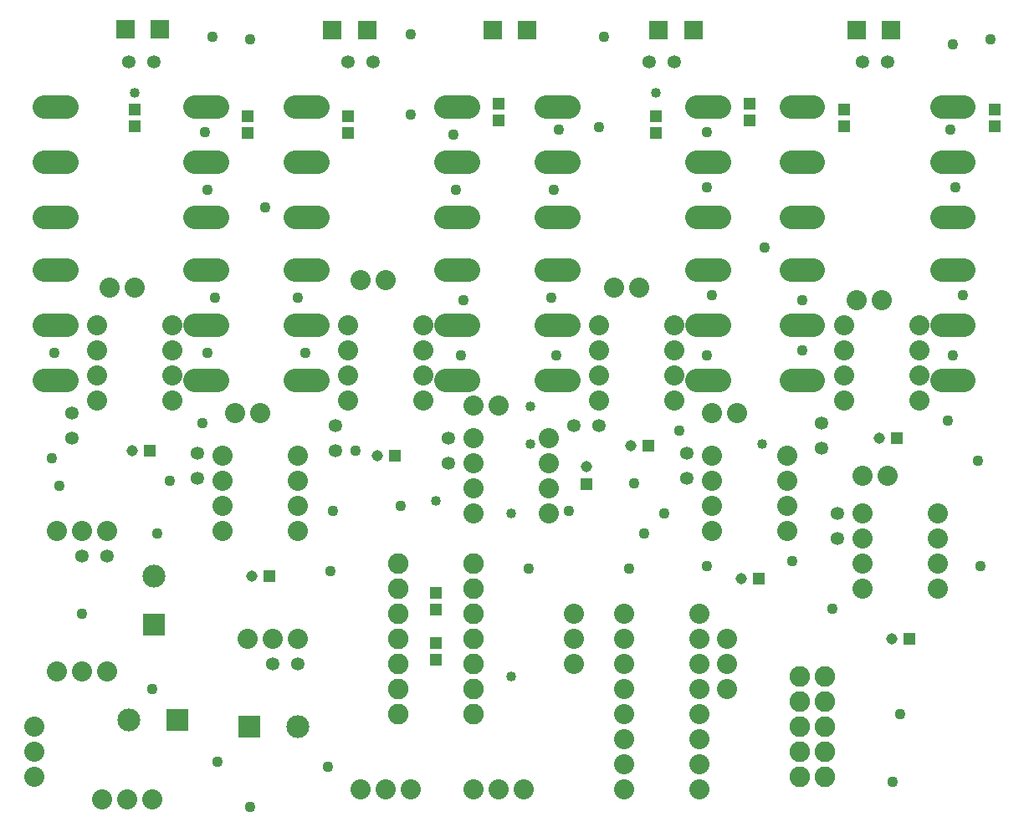
<source format=gbs>
G75*
%MOIN*%
%OFA0B0*%
%FSLAX25Y25*%
%IPPOS*%
%LPD*%
%AMOC8*
5,1,8,0,0,1.08239X$1,22.5*
%
%ADD10C,0.05324*%
%ADD11C,0.09100*%
%ADD12R,0.09100X0.09100*%
%ADD13C,0.04500*%
%ADD14R,0.04500X0.04500*%
%ADD15C,0.08000*%
%ADD16R,0.07687X0.07687*%
%ADD17C,0.09450*%
%ADD18R,0.04537X0.04931*%
%ADD19C,0.08200*%
%ADD20C,0.04000*%
%ADD21C,0.04362*%
D10*
X0107600Y0067600D03*
X0117600Y0067600D03*
X0041600Y0110600D03*
X0031600Y0110600D03*
X0077600Y0141600D03*
X0077600Y0151600D03*
X0027600Y0157600D03*
X0027600Y0167600D03*
X0132600Y0162600D03*
X0132600Y0152600D03*
X0177600Y0147600D03*
X0177600Y0157600D03*
X0227600Y0162600D03*
X0237600Y0162600D03*
X0272600Y0151600D03*
X0272600Y0141600D03*
X0326100Y0153600D03*
X0326100Y0163600D03*
X0332600Y0127600D03*
X0332600Y0117600D03*
X0342600Y0307600D03*
X0352600Y0307600D03*
X0267600Y0307600D03*
X0257600Y0307600D03*
X0147600Y0307600D03*
X0137600Y0307600D03*
X0060100Y0307600D03*
X0050100Y0307600D03*
D11*
X0060100Y0102600D03*
X0050100Y0045100D03*
X0117600Y0042600D03*
D12*
X0098309Y0042600D03*
X0069391Y0045100D03*
X0060100Y0083309D03*
D13*
X0099100Y0102600D03*
X0051600Y0152600D03*
X0149100Y0150600D03*
X0232600Y0146100D03*
X0250100Y0154600D03*
X0294100Y0101600D03*
X0354100Y0077600D03*
X0349100Y0157600D03*
D14*
X0356100Y0157600D03*
X0301100Y0101600D03*
X0361100Y0077600D03*
X0257100Y0154600D03*
X0232600Y0139100D03*
X0156100Y0150600D03*
X0106100Y0102600D03*
X0058600Y0152600D03*
D15*
X0012600Y0022600D03*
X0012600Y0032600D03*
X0012600Y0042600D03*
X0021600Y0064600D03*
X0031600Y0064600D03*
X0041600Y0064600D03*
X0097600Y0077600D03*
X0107600Y0077600D03*
X0117600Y0077600D03*
X0117600Y0120600D03*
X0117600Y0130600D03*
X0117600Y0140600D03*
X0117600Y0150600D03*
X0102600Y0167600D03*
X0092600Y0167600D03*
X0087600Y0150600D03*
X0087600Y0140600D03*
X0087600Y0130600D03*
X0087600Y0120600D03*
X0041600Y0120600D03*
X0031600Y0120600D03*
X0021600Y0120600D03*
X0037600Y0172600D03*
X0037600Y0182600D03*
X0037600Y0192600D03*
X0037600Y0202600D03*
X0042600Y0217600D03*
X0052600Y0217600D03*
X0067600Y0202600D03*
X0067600Y0192600D03*
X0067600Y0182600D03*
X0067600Y0172600D03*
X0137600Y0172600D03*
X0137600Y0182600D03*
X0137600Y0192600D03*
X0137600Y0202600D03*
X0142600Y0220600D03*
X0152600Y0220600D03*
X0167600Y0202600D03*
X0167600Y0192600D03*
X0167600Y0182600D03*
X0167600Y0172600D03*
X0187600Y0170600D03*
X0197600Y0170600D03*
X0187600Y0157600D03*
X0187600Y0147600D03*
X0187600Y0137600D03*
X0187600Y0127600D03*
X0217600Y0127600D03*
X0217600Y0137600D03*
X0217600Y0147600D03*
X0217600Y0157600D03*
X0237600Y0172600D03*
X0237600Y0182600D03*
X0237600Y0192600D03*
X0237600Y0202600D03*
X0243600Y0217600D03*
X0253600Y0217600D03*
X0267600Y0202600D03*
X0267600Y0192600D03*
X0267600Y0182600D03*
X0267600Y0172600D03*
X0282600Y0167600D03*
X0292600Y0167600D03*
X0282600Y0150600D03*
X0282600Y0140600D03*
X0282600Y0130600D03*
X0282600Y0120600D03*
X0312600Y0120600D03*
X0312600Y0130600D03*
X0312600Y0140600D03*
X0312600Y0150600D03*
X0335100Y0172600D03*
X0335100Y0182600D03*
X0335100Y0192600D03*
X0335100Y0202600D03*
X0340100Y0212600D03*
X0350100Y0212600D03*
X0365100Y0202600D03*
X0365100Y0192600D03*
X0365100Y0182600D03*
X0365100Y0172600D03*
X0352600Y0142600D03*
X0342600Y0142600D03*
X0342600Y0127600D03*
X0342600Y0117600D03*
X0342600Y0107600D03*
X0342600Y0097600D03*
X0372600Y0097600D03*
X0372600Y0107600D03*
X0372600Y0117600D03*
X0372600Y0127600D03*
X0288600Y0077600D03*
X0288600Y0067600D03*
X0288600Y0057600D03*
X0277600Y0057600D03*
X0277600Y0047600D03*
X0277600Y0037600D03*
X0277600Y0027600D03*
X0277600Y0017600D03*
X0247600Y0017600D03*
X0247600Y0027600D03*
X0247600Y0037600D03*
X0247600Y0047600D03*
X0247600Y0057600D03*
X0247600Y0067600D03*
X0247600Y0077600D03*
X0247600Y0087600D03*
X0227600Y0087600D03*
X0227600Y0077600D03*
X0227600Y0067600D03*
X0277600Y0067600D03*
X0277600Y0077600D03*
X0277600Y0087600D03*
X0207600Y0017600D03*
X0197600Y0017600D03*
X0187600Y0017600D03*
X0162600Y0017600D03*
X0152600Y0017600D03*
X0142600Y0017600D03*
X0059600Y0013600D03*
X0049600Y0013600D03*
X0039600Y0013600D03*
D16*
X0048820Y0320600D03*
X0062600Y0320600D03*
X0131320Y0320100D03*
X0145100Y0320100D03*
X0195100Y0320100D03*
X0208880Y0320100D03*
X0261320Y0320100D03*
X0275100Y0320100D03*
X0340100Y0320100D03*
X0353880Y0320100D03*
D17*
X0374175Y0289600D02*
X0383025Y0289600D01*
X0383025Y0267600D02*
X0374175Y0267600D01*
X0374175Y0245600D02*
X0383025Y0245600D01*
X0383025Y0224600D02*
X0374175Y0224600D01*
X0374175Y0202600D02*
X0383025Y0202600D01*
X0383025Y0180600D02*
X0374175Y0180600D01*
X0323025Y0180600D02*
X0314175Y0180600D01*
X0314175Y0202600D02*
X0323025Y0202600D01*
X0323025Y0224600D02*
X0314175Y0224600D01*
X0314175Y0245600D02*
X0323025Y0245600D01*
X0323025Y0267600D02*
X0314175Y0267600D01*
X0314175Y0289600D02*
X0323025Y0289600D01*
X0285525Y0289600D02*
X0276675Y0289600D01*
X0276675Y0267600D02*
X0285525Y0267600D01*
X0285525Y0245600D02*
X0276675Y0245600D01*
X0276675Y0224600D02*
X0285525Y0224600D01*
X0285525Y0202600D02*
X0276675Y0202600D01*
X0276675Y0180600D02*
X0285525Y0180600D01*
X0225525Y0180600D02*
X0216675Y0180600D01*
X0216675Y0202600D02*
X0225525Y0202600D01*
X0225525Y0224600D02*
X0216675Y0224600D01*
X0216675Y0245600D02*
X0225525Y0245600D01*
X0225525Y0267600D02*
X0216675Y0267600D01*
X0216675Y0289600D02*
X0225525Y0289600D01*
X0185525Y0289600D02*
X0176675Y0289600D01*
X0176675Y0267600D02*
X0185525Y0267600D01*
X0185525Y0245600D02*
X0176675Y0245600D01*
X0176675Y0224600D02*
X0185525Y0224600D01*
X0185525Y0202600D02*
X0176675Y0202600D01*
X0176675Y0180600D02*
X0185525Y0180600D01*
X0125525Y0180600D02*
X0116675Y0180600D01*
X0116675Y0202600D02*
X0125525Y0202600D01*
X0125525Y0224600D02*
X0116675Y0224600D01*
X0116675Y0245600D02*
X0125525Y0245600D01*
X0125525Y0267600D02*
X0116675Y0267600D01*
X0116675Y0289600D02*
X0125525Y0289600D01*
X0085525Y0289600D02*
X0076675Y0289600D01*
X0076675Y0267600D02*
X0085525Y0267600D01*
X0085525Y0245600D02*
X0076675Y0245600D01*
X0076675Y0224600D02*
X0085525Y0224600D01*
X0085525Y0202600D02*
X0076675Y0202600D01*
X0076675Y0180600D02*
X0085525Y0180600D01*
X0025525Y0180600D02*
X0016675Y0180600D01*
X0016675Y0202600D02*
X0025525Y0202600D01*
X0025525Y0224600D02*
X0016675Y0224600D01*
X0016675Y0245600D02*
X0025525Y0245600D01*
X0025525Y0267600D02*
X0016675Y0267600D01*
X0016675Y0289600D02*
X0025525Y0289600D01*
D18*
X0052600Y0288446D03*
X0052600Y0281754D03*
X0097600Y0279254D03*
X0097600Y0285946D03*
X0137600Y0285946D03*
X0137600Y0279254D03*
X0197600Y0284254D03*
X0197600Y0290946D03*
X0260100Y0285946D03*
X0260100Y0279254D03*
X0297600Y0284254D03*
X0297600Y0290946D03*
X0335100Y0288446D03*
X0335100Y0281754D03*
X0395100Y0281754D03*
X0395100Y0288446D03*
X0172600Y0095946D03*
X0172600Y0089254D03*
X0172600Y0075946D03*
X0172600Y0069254D03*
D19*
X0157600Y0067600D03*
X0157600Y0057600D03*
X0157600Y0047600D03*
X0157600Y0077600D03*
X0157600Y0087600D03*
X0157600Y0097600D03*
X0157600Y0107600D03*
X0187600Y0107600D03*
X0187600Y0097600D03*
X0187600Y0087600D03*
X0187600Y0077600D03*
X0187600Y0067600D03*
X0187600Y0057600D03*
X0187600Y0047600D03*
X0317600Y0042600D03*
X0327600Y0042600D03*
X0327600Y0032600D03*
X0317600Y0032600D03*
X0317600Y0022600D03*
X0327600Y0022600D03*
X0327600Y0052600D03*
X0317600Y0052600D03*
X0317600Y0062600D03*
X0327600Y0062600D03*
D20*
X0302600Y0155100D03*
X0210100Y0155100D03*
X0210100Y0170100D03*
X0172600Y0132600D03*
X0202600Y0127600D03*
X0202600Y0062600D03*
X0260100Y0295100D03*
X0052600Y0295100D03*
D21*
X0080600Y0279600D03*
X0081600Y0256600D03*
X0104600Y0249600D03*
X0117600Y0213600D03*
X0120600Y0191600D03*
X0081600Y0191600D03*
X0084600Y0213600D03*
X0079600Y0163600D03*
X0066600Y0140600D03*
X0061600Y0119600D03*
X0022600Y0138600D03*
X0019600Y0149600D03*
X0020600Y0191600D03*
X0131600Y0128600D03*
X0130600Y0104600D03*
X0158600Y0130600D03*
X0140600Y0152600D03*
X0182600Y0190600D03*
X0183600Y0212600D03*
X0218600Y0213600D03*
X0220600Y0190600D03*
X0269600Y0160600D03*
X0251600Y0139600D03*
X0263600Y0127600D03*
X0255600Y0119600D03*
X0249600Y0105600D03*
X0225600Y0128600D03*
X0209600Y0105600D03*
X0280600Y0106600D03*
X0314600Y0108600D03*
X0330600Y0089600D03*
X0357600Y0047600D03*
X0354600Y0020600D03*
X0389600Y0106600D03*
X0388600Y0148600D03*
X0376600Y0164600D03*
X0378600Y0190600D03*
X0382600Y0214600D03*
X0379600Y0257600D03*
X0377600Y0280600D03*
X0378600Y0314600D03*
X0393600Y0316600D03*
X0303600Y0233600D03*
X0282600Y0214600D03*
X0280600Y0190600D03*
X0318600Y0192600D03*
X0318600Y0212600D03*
X0280600Y0257600D03*
X0280600Y0279600D03*
X0237600Y0281600D03*
X0221600Y0280600D03*
X0219600Y0256600D03*
X0180600Y0256600D03*
X0179600Y0278600D03*
X0162600Y0286600D03*
X0162600Y0318600D03*
X0098600Y0316600D03*
X0083600Y0317600D03*
X0239600Y0317600D03*
X0031600Y0087600D03*
X0059600Y0057600D03*
X0085600Y0028600D03*
X0098600Y0010600D03*
X0129600Y0026600D03*
M02*

</source>
